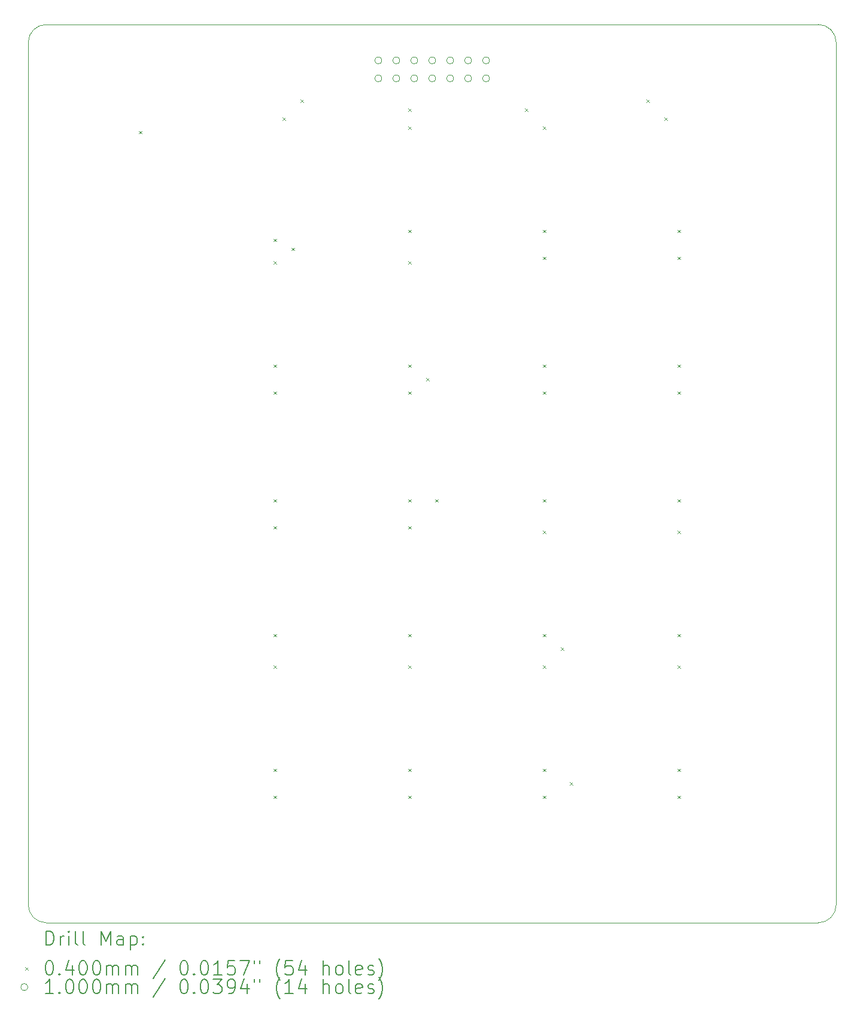
<source format=gbr>
%FSLAX45Y45*%
G04 Gerber Fmt 4.5, Leading zero omitted, Abs format (unit mm)*
G04 Created by KiCad (PCBNEW (6.0.1-0)) date 2022-02-06 15:04:11*
%MOMM*%
%LPD*%
G01*
G04 APERTURE LIST*
%TA.AperFunction,Profile*%
%ADD10C,0.120000*%
%TD*%
%ADD11C,0.200000*%
%ADD12C,0.040000*%
%ADD13C,0.100000*%
G04 APERTURE END LIST*
D10*
X5016500Y-16192500D02*
X15938500Y-16192500D01*
X15938500Y-16192500D02*
G75*
G03*
X16192500Y-15938500I0J254000D01*
G01*
X16192500Y-3746500D02*
G75*
G03*
X15938500Y-3492500I-254000J0D01*
G01*
X16192500Y-3746500D02*
X16192500Y-15938500D01*
X4762500Y-15938500D02*
G75*
G03*
X5016500Y-16192500I254000J0D01*
G01*
X15938500Y-3492500D02*
X5016500Y-3492500D01*
X5016500Y-3492500D02*
G75*
G03*
X4762500Y-3746500I0J-254000D01*
G01*
X4762500Y-3746500D02*
X4762500Y-15938500D01*
D11*
D12*
X6330000Y-4996500D02*
X6370000Y-5036500D01*
X6370000Y-4996500D02*
X6330000Y-5036500D01*
X8235000Y-6520500D02*
X8275000Y-6560500D01*
X8275000Y-6520500D02*
X8235000Y-6560500D01*
X8235000Y-6838000D02*
X8275000Y-6878000D01*
X8275000Y-6838000D02*
X8235000Y-6878000D01*
X8235000Y-8298500D02*
X8275000Y-8338500D01*
X8275000Y-8298500D02*
X8235000Y-8338500D01*
X8235000Y-8679500D02*
X8275000Y-8719500D01*
X8275000Y-8679500D02*
X8235000Y-8719500D01*
X8235000Y-10203500D02*
X8275000Y-10243500D01*
X8275000Y-10203500D02*
X8235000Y-10243500D01*
X8235000Y-10584500D02*
X8275000Y-10624500D01*
X8275000Y-10584500D02*
X8235000Y-10624500D01*
X8235000Y-12108500D02*
X8275000Y-12148500D01*
X8275000Y-12108500D02*
X8235000Y-12148500D01*
X8235000Y-12553000D02*
X8275000Y-12593000D01*
X8275000Y-12553000D02*
X8235000Y-12593000D01*
X8235000Y-14013500D02*
X8275000Y-14053500D01*
X8275000Y-14013500D02*
X8235000Y-14053500D01*
X8235000Y-14394500D02*
X8275000Y-14434500D01*
X8275000Y-14394500D02*
X8235000Y-14434500D01*
X8362000Y-4806000D02*
X8402000Y-4846000D01*
X8402000Y-4806000D02*
X8362000Y-4846000D01*
X8489000Y-6647500D02*
X8529000Y-6687500D01*
X8529000Y-6647500D02*
X8489000Y-6687500D01*
X8616000Y-4552000D02*
X8656000Y-4592000D01*
X8656000Y-4552000D02*
X8616000Y-4592000D01*
X10140000Y-4679000D02*
X10180000Y-4719000D01*
X10180000Y-4679000D02*
X10140000Y-4719000D01*
X10140000Y-4933000D02*
X10180000Y-4973000D01*
X10180000Y-4933000D02*
X10140000Y-4973000D01*
X10140000Y-6393500D02*
X10180000Y-6433500D01*
X10180000Y-6393500D02*
X10140000Y-6433500D01*
X10140000Y-6838000D02*
X10180000Y-6878000D01*
X10180000Y-6838000D02*
X10140000Y-6878000D01*
X10140000Y-8298500D02*
X10180000Y-8338500D01*
X10180000Y-8298500D02*
X10140000Y-8338500D01*
X10140000Y-8679500D02*
X10180000Y-8719500D01*
X10180000Y-8679500D02*
X10140000Y-8719500D01*
X10140000Y-10203500D02*
X10180000Y-10243500D01*
X10180000Y-10203500D02*
X10140000Y-10243500D01*
X10140000Y-10584500D02*
X10180000Y-10624500D01*
X10180000Y-10584500D02*
X10140000Y-10624500D01*
X10140000Y-12108500D02*
X10180000Y-12148500D01*
X10180000Y-12108500D02*
X10140000Y-12148500D01*
X10140000Y-12553000D02*
X10180000Y-12593000D01*
X10180000Y-12553000D02*
X10140000Y-12593000D01*
X10140000Y-14013500D02*
X10180000Y-14053500D01*
X10180000Y-14013500D02*
X10140000Y-14053500D01*
X10140000Y-14394500D02*
X10180000Y-14434500D01*
X10180000Y-14394500D02*
X10140000Y-14434500D01*
X10394000Y-8489000D02*
X10434000Y-8529000D01*
X10434000Y-8489000D02*
X10394000Y-8529000D01*
X10521000Y-10203500D02*
X10561000Y-10243500D01*
X10561000Y-10203500D02*
X10521000Y-10243500D01*
X11791000Y-4679000D02*
X11831000Y-4719000D01*
X11831000Y-4679000D02*
X11791000Y-4719000D01*
X12045000Y-4933000D02*
X12085000Y-4973000D01*
X12085000Y-4933000D02*
X12045000Y-4973000D01*
X12045000Y-6393500D02*
X12085000Y-6433500D01*
X12085000Y-6393500D02*
X12045000Y-6433500D01*
X12045000Y-6774500D02*
X12085000Y-6814500D01*
X12085000Y-6774500D02*
X12045000Y-6814500D01*
X12045000Y-8298500D02*
X12085000Y-8338500D01*
X12085000Y-8298500D02*
X12045000Y-8338500D01*
X12045000Y-8679500D02*
X12085000Y-8719500D01*
X12085000Y-8679500D02*
X12045000Y-8719500D01*
X12045000Y-10203500D02*
X12085000Y-10243500D01*
X12085000Y-10203500D02*
X12045000Y-10243500D01*
X12045000Y-10648000D02*
X12085000Y-10688000D01*
X12085000Y-10648000D02*
X12045000Y-10688000D01*
X12045000Y-12108500D02*
X12085000Y-12148500D01*
X12085000Y-12108500D02*
X12045000Y-12148500D01*
X12045000Y-12553000D02*
X12085000Y-12593000D01*
X12085000Y-12553000D02*
X12045000Y-12593000D01*
X12045000Y-14013500D02*
X12085000Y-14053500D01*
X12085000Y-14013500D02*
X12045000Y-14053500D01*
X12045000Y-14394500D02*
X12085000Y-14434500D01*
X12085000Y-14394500D02*
X12045000Y-14434500D01*
X12299000Y-12299000D02*
X12339000Y-12339000D01*
X12339000Y-12299000D02*
X12299000Y-12339000D01*
X12426000Y-14204000D02*
X12466000Y-14244000D01*
X12466000Y-14204000D02*
X12426000Y-14244000D01*
X13505500Y-4552000D02*
X13545500Y-4592000D01*
X13545500Y-4552000D02*
X13505500Y-4592000D01*
X13759500Y-4806000D02*
X13799500Y-4846000D01*
X13799500Y-4806000D02*
X13759500Y-4846000D01*
X13950000Y-6393500D02*
X13990000Y-6433500D01*
X13990000Y-6393500D02*
X13950000Y-6433500D01*
X13950000Y-6774500D02*
X13990000Y-6814500D01*
X13990000Y-6774500D02*
X13950000Y-6814500D01*
X13950000Y-8298500D02*
X13990000Y-8338500D01*
X13990000Y-8298500D02*
X13950000Y-8338500D01*
X13950000Y-8679500D02*
X13990000Y-8719500D01*
X13990000Y-8679500D02*
X13950000Y-8719500D01*
X13950000Y-10203500D02*
X13990000Y-10243500D01*
X13990000Y-10203500D02*
X13950000Y-10243500D01*
X13950000Y-10648000D02*
X13990000Y-10688000D01*
X13990000Y-10648000D02*
X13950000Y-10688000D01*
X13950000Y-12108500D02*
X13990000Y-12148500D01*
X13990000Y-12108500D02*
X13950000Y-12148500D01*
X13950000Y-12553000D02*
X13990000Y-12593000D01*
X13990000Y-12553000D02*
X13950000Y-12593000D01*
X13950000Y-14013500D02*
X13990000Y-14053500D01*
X13990000Y-14013500D02*
X13950000Y-14053500D01*
X13950000Y-14394500D02*
X13990000Y-14434500D01*
X13990000Y-14394500D02*
X13950000Y-14434500D01*
D13*
X9765500Y-4000500D02*
G75*
G03*
X9765500Y-4000500I-50000J0D01*
G01*
X9765500Y-4254500D02*
G75*
G03*
X9765500Y-4254500I-50000J0D01*
G01*
X10019500Y-4000500D02*
G75*
G03*
X10019500Y-4000500I-50000J0D01*
G01*
X10019500Y-4254500D02*
G75*
G03*
X10019500Y-4254500I-50000J0D01*
G01*
X10273500Y-4000500D02*
G75*
G03*
X10273500Y-4000500I-50000J0D01*
G01*
X10273500Y-4254500D02*
G75*
G03*
X10273500Y-4254500I-50000J0D01*
G01*
X10527500Y-4000500D02*
G75*
G03*
X10527500Y-4000500I-50000J0D01*
G01*
X10527500Y-4254500D02*
G75*
G03*
X10527500Y-4254500I-50000J0D01*
G01*
X10781500Y-4000500D02*
G75*
G03*
X10781500Y-4000500I-50000J0D01*
G01*
X10781500Y-4254500D02*
G75*
G03*
X10781500Y-4254500I-50000J0D01*
G01*
X11035500Y-4000500D02*
G75*
G03*
X11035500Y-4000500I-50000J0D01*
G01*
X11035500Y-4254500D02*
G75*
G03*
X11035500Y-4254500I-50000J0D01*
G01*
X11289500Y-4000500D02*
G75*
G03*
X11289500Y-4000500I-50000J0D01*
G01*
X11289500Y-4254500D02*
G75*
G03*
X11289500Y-4254500I-50000J0D01*
G01*
D11*
X5014119Y-16508976D02*
X5014119Y-16308976D01*
X5061738Y-16308976D01*
X5090310Y-16318500D01*
X5109357Y-16337548D01*
X5118881Y-16356595D01*
X5128405Y-16394690D01*
X5128405Y-16423262D01*
X5118881Y-16461357D01*
X5109357Y-16480405D01*
X5090310Y-16499452D01*
X5061738Y-16508976D01*
X5014119Y-16508976D01*
X5214119Y-16508976D02*
X5214119Y-16375643D01*
X5214119Y-16413738D02*
X5223643Y-16394690D01*
X5233167Y-16385167D01*
X5252214Y-16375643D01*
X5271262Y-16375643D01*
X5337929Y-16508976D02*
X5337929Y-16375643D01*
X5337929Y-16308976D02*
X5328405Y-16318500D01*
X5337929Y-16328024D01*
X5347452Y-16318500D01*
X5337929Y-16308976D01*
X5337929Y-16328024D01*
X5461738Y-16508976D02*
X5442690Y-16499452D01*
X5433167Y-16480405D01*
X5433167Y-16308976D01*
X5566500Y-16508976D02*
X5547452Y-16499452D01*
X5537929Y-16480405D01*
X5537929Y-16308976D01*
X5795071Y-16508976D02*
X5795071Y-16308976D01*
X5861738Y-16451833D01*
X5928405Y-16308976D01*
X5928405Y-16508976D01*
X6109357Y-16508976D02*
X6109357Y-16404214D01*
X6099833Y-16385167D01*
X6080786Y-16375643D01*
X6042690Y-16375643D01*
X6023643Y-16385167D01*
X6109357Y-16499452D02*
X6090309Y-16508976D01*
X6042690Y-16508976D01*
X6023643Y-16499452D01*
X6014119Y-16480405D01*
X6014119Y-16461357D01*
X6023643Y-16442309D01*
X6042690Y-16432786D01*
X6090309Y-16432786D01*
X6109357Y-16423262D01*
X6204595Y-16375643D02*
X6204595Y-16575643D01*
X6204595Y-16385167D02*
X6223643Y-16375643D01*
X6261738Y-16375643D01*
X6280786Y-16385167D01*
X6290309Y-16394690D01*
X6299833Y-16413738D01*
X6299833Y-16470881D01*
X6290309Y-16489928D01*
X6280786Y-16499452D01*
X6261738Y-16508976D01*
X6223643Y-16508976D01*
X6204595Y-16499452D01*
X6385548Y-16489928D02*
X6395071Y-16499452D01*
X6385548Y-16508976D01*
X6376024Y-16499452D01*
X6385548Y-16489928D01*
X6385548Y-16508976D01*
X6385548Y-16385167D02*
X6395071Y-16394690D01*
X6385548Y-16404214D01*
X6376024Y-16394690D01*
X6385548Y-16385167D01*
X6385548Y-16404214D01*
D12*
X4716500Y-16818500D02*
X4756500Y-16858500D01*
X4756500Y-16818500D02*
X4716500Y-16858500D01*
D11*
X5052214Y-16728976D02*
X5071262Y-16728976D01*
X5090310Y-16738500D01*
X5099833Y-16748024D01*
X5109357Y-16767071D01*
X5118881Y-16805167D01*
X5118881Y-16852786D01*
X5109357Y-16890881D01*
X5099833Y-16909929D01*
X5090310Y-16919452D01*
X5071262Y-16928976D01*
X5052214Y-16928976D01*
X5033167Y-16919452D01*
X5023643Y-16909929D01*
X5014119Y-16890881D01*
X5004595Y-16852786D01*
X5004595Y-16805167D01*
X5014119Y-16767071D01*
X5023643Y-16748024D01*
X5033167Y-16738500D01*
X5052214Y-16728976D01*
X5204595Y-16909929D02*
X5214119Y-16919452D01*
X5204595Y-16928976D01*
X5195071Y-16919452D01*
X5204595Y-16909929D01*
X5204595Y-16928976D01*
X5385548Y-16795643D02*
X5385548Y-16928976D01*
X5337929Y-16719452D02*
X5290310Y-16862310D01*
X5414119Y-16862310D01*
X5528405Y-16728976D02*
X5547452Y-16728976D01*
X5566500Y-16738500D01*
X5576024Y-16748024D01*
X5585548Y-16767071D01*
X5595071Y-16805167D01*
X5595071Y-16852786D01*
X5585548Y-16890881D01*
X5576024Y-16909929D01*
X5566500Y-16919452D01*
X5547452Y-16928976D01*
X5528405Y-16928976D01*
X5509357Y-16919452D01*
X5499833Y-16909929D01*
X5490310Y-16890881D01*
X5480786Y-16852786D01*
X5480786Y-16805167D01*
X5490310Y-16767071D01*
X5499833Y-16748024D01*
X5509357Y-16738500D01*
X5528405Y-16728976D01*
X5718881Y-16728976D02*
X5737928Y-16728976D01*
X5756976Y-16738500D01*
X5766500Y-16748024D01*
X5776024Y-16767071D01*
X5785548Y-16805167D01*
X5785548Y-16852786D01*
X5776024Y-16890881D01*
X5766500Y-16909929D01*
X5756976Y-16919452D01*
X5737928Y-16928976D01*
X5718881Y-16928976D01*
X5699833Y-16919452D01*
X5690309Y-16909929D01*
X5680786Y-16890881D01*
X5671262Y-16852786D01*
X5671262Y-16805167D01*
X5680786Y-16767071D01*
X5690309Y-16748024D01*
X5699833Y-16738500D01*
X5718881Y-16728976D01*
X5871262Y-16928976D02*
X5871262Y-16795643D01*
X5871262Y-16814690D02*
X5880786Y-16805167D01*
X5899833Y-16795643D01*
X5928405Y-16795643D01*
X5947452Y-16805167D01*
X5956976Y-16824214D01*
X5956976Y-16928976D01*
X5956976Y-16824214D02*
X5966500Y-16805167D01*
X5985548Y-16795643D01*
X6014119Y-16795643D01*
X6033167Y-16805167D01*
X6042690Y-16824214D01*
X6042690Y-16928976D01*
X6137928Y-16928976D02*
X6137928Y-16795643D01*
X6137928Y-16814690D02*
X6147452Y-16805167D01*
X6166500Y-16795643D01*
X6195071Y-16795643D01*
X6214119Y-16805167D01*
X6223643Y-16824214D01*
X6223643Y-16928976D01*
X6223643Y-16824214D02*
X6233167Y-16805167D01*
X6252214Y-16795643D01*
X6280786Y-16795643D01*
X6299833Y-16805167D01*
X6309357Y-16824214D01*
X6309357Y-16928976D01*
X6699833Y-16719452D02*
X6528405Y-16976595D01*
X6956976Y-16728976D02*
X6976024Y-16728976D01*
X6995071Y-16738500D01*
X7004595Y-16748024D01*
X7014119Y-16767071D01*
X7023643Y-16805167D01*
X7023643Y-16852786D01*
X7014119Y-16890881D01*
X7004595Y-16909929D01*
X6995071Y-16919452D01*
X6976024Y-16928976D01*
X6956976Y-16928976D01*
X6937928Y-16919452D01*
X6928405Y-16909929D01*
X6918881Y-16890881D01*
X6909357Y-16852786D01*
X6909357Y-16805167D01*
X6918881Y-16767071D01*
X6928405Y-16748024D01*
X6937928Y-16738500D01*
X6956976Y-16728976D01*
X7109357Y-16909929D02*
X7118881Y-16919452D01*
X7109357Y-16928976D01*
X7099833Y-16919452D01*
X7109357Y-16909929D01*
X7109357Y-16928976D01*
X7242690Y-16728976D02*
X7261738Y-16728976D01*
X7280786Y-16738500D01*
X7290309Y-16748024D01*
X7299833Y-16767071D01*
X7309357Y-16805167D01*
X7309357Y-16852786D01*
X7299833Y-16890881D01*
X7290309Y-16909929D01*
X7280786Y-16919452D01*
X7261738Y-16928976D01*
X7242690Y-16928976D01*
X7223643Y-16919452D01*
X7214119Y-16909929D01*
X7204595Y-16890881D01*
X7195071Y-16852786D01*
X7195071Y-16805167D01*
X7204595Y-16767071D01*
X7214119Y-16748024D01*
X7223643Y-16738500D01*
X7242690Y-16728976D01*
X7499833Y-16928976D02*
X7385548Y-16928976D01*
X7442690Y-16928976D02*
X7442690Y-16728976D01*
X7423643Y-16757548D01*
X7404595Y-16776595D01*
X7385548Y-16786119D01*
X7680786Y-16728976D02*
X7585548Y-16728976D01*
X7576024Y-16824214D01*
X7585548Y-16814690D01*
X7604595Y-16805167D01*
X7652214Y-16805167D01*
X7671262Y-16814690D01*
X7680786Y-16824214D01*
X7690309Y-16843262D01*
X7690309Y-16890881D01*
X7680786Y-16909929D01*
X7671262Y-16919452D01*
X7652214Y-16928976D01*
X7604595Y-16928976D01*
X7585548Y-16919452D01*
X7576024Y-16909929D01*
X7756976Y-16728976D02*
X7890309Y-16728976D01*
X7804595Y-16928976D01*
X7956976Y-16728976D02*
X7956976Y-16767071D01*
X8033167Y-16728976D02*
X8033167Y-16767071D01*
X8328405Y-17005167D02*
X8318881Y-16995643D01*
X8299833Y-16967071D01*
X8290309Y-16948024D01*
X8280786Y-16919452D01*
X8271262Y-16871833D01*
X8271262Y-16833738D01*
X8280786Y-16786119D01*
X8290309Y-16757548D01*
X8299833Y-16738500D01*
X8318881Y-16709928D01*
X8328405Y-16700405D01*
X8499833Y-16728976D02*
X8404595Y-16728976D01*
X8395071Y-16824214D01*
X8404595Y-16814690D01*
X8423643Y-16805167D01*
X8471262Y-16805167D01*
X8490310Y-16814690D01*
X8499833Y-16824214D01*
X8509357Y-16843262D01*
X8509357Y-16890881D01*
X8499833Y-16909929D01*
X8490310Y-16919452D01*
X8471262Y-16928976D01*
X8423643Y-16928976D01*
X8404595Y-16919452D01*
X8395071Y-16909929D01*
X8680786Y-16795643D02*
X8680786Y-16928976D01*
X8633167Y-16719452D02*
X8585548Y-16862310D01*
X8709357Y-16862310D01*
X8937929Y-16928976D02*
X8937929Y-16728976D01*
X9023643Y-16928976D02*
X9023643Y-16824214D01*
X9014119Y-16805167D01*
X8995071Y-16795643D01*
X8966500Y-16795643D01*
X8947452Y-16805167D01*
X8937929Y-16814690D01*
X9147452Y-16928976D02*
X9128405Y-16919452D01*
X9118881Y-16909929D01*
X9109357Y-16890881D01*
X9109357Y-16833738D01*
X9118881Y-16814690D01*
X9128405Y-16805167D01*
X9147452Y-16795643D01*
X9176024Y-16795643D01*
X9195071Y-16805167D01*
X9204595Y-16814690D01*
X9214119Y-16833738D01*
X9214119Y-16890881D01*
X9204595Y-16909929D01*
X9195071Y-16919452D01*
X9176024Y-16928976D01*
X9147452Y-16928976D01*
X9328405Y-16928976D02*
X9309357Y-16919452D01*
X9299833Y-16900405D01*
X9299833Y-16728976D01*
X9480786Y-16919452D02*
X9461738Y-16928976D01*
X9423643Y-16928976D01*
X9404595Y-16919452D01*
X9395071Y-16900405D01*
X9395071Y-16824214D01*
X9404595Y-16805167D01*
X9423643Y-16795643D01*
X9461738Y-16795643D01*
X9480786Y-16805167D01*
X9490310Y-16824214D01*
X9490310Y-16843262D01*
X9395071Y-16862310D01*
X9566500Y-16919452D02*
X9585548Y-16928976D01*
X9623643Y-16928976D01*
X9642690Y-16919452D01*
X9652214Y-16900405D01*
X9652214Y-16890881D01*
X9642690Y-16871833D01*
X9623643Y-16862310D01*
X9595071Y-16862310D01*
X9576024Y-16852786D01*
X9566500Y-16833738D01*
X9566500Y-16824214D01*
X9576024Y-16805167D01*
X9595071Y-16795643D01*
X9623643Y-16795643D01*
X9642690Y-16805167D01*
X9718881Y-17005167D02*
X9728405Y-16995643D01*
X9747452Y-16967071D01*
X9756976Y-16948024D01*
X9766500Y-16919452D01*
X9776024Y-16871833D01*
X9776024Y-16833738D01*
X9766500Y-16786119D01*
X9756976Y-16757548D01*
X9747452Y-16738500D01*
X9728405Y-16709928D01*
X9718881Y-16700405D01*
D13*
X4756500Y-17102500D02*
G75*
G03*
X4756500Y-17102500I-50000J0D01*
G01*
D11*
X5118881Y-17192976D02*
X5004595Y-17192976D01*
X5061738Y-17192976D02*
X5061738Y-16992976D01*
X5042690Y-17021548D01*
X5023643Y-17040595D01*
X5004595Y-17050119D01*
X5204595Y-17173929D02*
X5214119Y-17183452D01*
X5204595Y-17192976D01*
X5195071Y-17183452D01*
X5204595Y-17173929D01*
X5204595Y-17192976D01*
X5337929Y-16992976D02*
X5356976Y-16992976D01*
X5376024Y-17002500D01*
X5385548Y-17012024D01*
X5395071Y-17031071D01*
X5404595Y-17069167D01*
X5404595Y-17116786D01*
X5395071Y-17154881D01*
X5385548Y-17173929D01*
X5376024Y-17183452D01*
X5356976Y-17192976D01*
X5337929Y-17192976D01*
X5318881Y-17183452D01*
X5309357Y-17173929D01*
X5299833Y-17154881D01*
X5290310Y-17116786D01*
X5290310Y-17069167D01*
X5299833Y-17031071D01*
X5309357Y-17012024D01*
X5318881Y-17002500D01*
X5337929Y-16992976D01*
X5528405Y-16992976D02*
X5547452Y-16992976D01*
X5566500Y-17002500D01*
X5576024Y-17012024D01*
X5585548Y-17031071D01*
X5595071Y-17069167D01*
X5595071Y-17116786D01*
X5585548Y-17154881D01*
X5576024Y-17173929D01*
X5566500Y-17183452D01*
X5547452Y-17192976D01*
X5528405Y-17192976D01*
X5509357Y-17183452D01*
X5499833Y-17173929D01*
X5490310Y-17154881D01*
X5480786Y-17116786D01*
X5480786Y-17069167D01*
X5490310Y-17031071D01*
X5499833Y-17012024D01*
X5509357Y-17002500D01*
X5528405Y-16992976D01*
X5718881Y-16992976D02*
X5737928Y-16992976D01*
X5756976Y-17002500D01*
X5766500Y-17012024D01*
X5776024Y-17031071D01*
X5785548Y-17069167D01*
X5785548Y-17116786D01*
X5776024Y-17154881D01*
X5766500Y-17173929D01*
X5756976Y-17183452D01*
X5737928Y-17192976D01*
X5718881Y-17192976D01*
X5699833Y-17183452D01*
X5690309Y-17173929D01*
X5680786Y-17154881D01*
X5671262Y-17116786D01*
X5671262Y-17069167D01*
X5680786Y-17031071D01*
X5690309Y-17012024D01*
X5699833Y-17002500D01*
X5718881Y-16992976D01*
X5871262Y-17192976D02*
X5871262Y-17059643D01*
X5871262Y-17078690D02*
X5880786Y-17069167D01*
X5899833Y-17059643D01*
X5928405Y-17059643D01*
X5947452Y-17069167D01*
X5956976Y-17088214D01*
X5956976Y-17192976D01*
X5956976Y-17088214D02*
X5966500Y-17069167D01*
X5985548Y-17059643D01*
X6014119Y-17059643D01*
X6033167Y-17069167D01*
X6042690Y-17088214D01*
X6042690Y-17192976D01*
X6137928Y-17192976D02*
X6137928Y-17059643D01*
X6137928Y-17078690D02*
X6147452Y-17069167D01*
X6166500Y-17059643D01*
X6195071Y-17059643D01*
X6214119Y-17069167D01*
X6223643Y-17088214D01*
X6223643Y-17192976D01*
X6223643Y-17088214D02*
X6233167Y-17069167D01*
X6252214Y-17059643D01*
X6280786Y-17059643D01*
X6299833Y-17069167D01*
X6309357Y-17088214D01*
X6309357Y-17192976D01*
X6699833Y-16983452D02*
X6528405Y-17240595D01*
X6956976Y-16992976D02*
X6976024Y-16992976D01*
X6995071Y-17002500D01*
X7004595Y-17012024D01*
X7014119Y-17031071D01*
X7023643Y-17069167D01*
X7023643Y-17116786D01*
X7014119Y-17154881D01*
X7004595Y-17173929D01*
X6995071Y-17183452D01*
X6976024Y-17192976D01*
X6956976Y-17192976D01*
X6937928Y-17183452D01*
X6928405Y-17173929D01*
X6918881Y-17154881D01*
X6909357Y-17116786D01*
X6909357Y-17069167D01*
X6918881Y-17031071D01*
X6928405Y-17012024D01*
X6937928Y-17002500D01*
X6956976Y-16992976D01*
X7109357Y-17173929D02*
X7118881Y-17183452D01*
X7109357Y-17192976D01*
X7099833Y-17183452D01*
X7109357Y-17173929D01*
X7109357Y-17192976D01*
X7242690Y-16992976D02*
X7261738Y-16992976D01*
X7280786Y-17002500D01*
X7290309Y-17012024D01*
X7299833Y-17031071D01*
X7309357Y-17069167D01*
X7309357Y-17116786D01*
X7299833Y-17154881D01*
X7290309Y-17173929D01*
X7280786Y-17183452D01*
X7261738Y-17192976D01*
X7242690Y-17192976D01*
X7223643Y-17183452D01*
X7214119Y-17173929D01*
X7204595Y-17154881D01*
X7195071Y-17116786D01*
X7195071Y-17069167D01*
X7204595Y-17031071D01*
X7214119Y-17012024D01*
X7223643Y-17002500D01*
X7242690Y-16992976D01*
X7376024Y-16992976D02*
X7499833Y-16992976D01*
X7433167Y-17069167D01*
X7461738Y-17069167D01*
X7480786Y-17078690D01*
X7490309Y-17088214D01*
X7499833Y-17107262D01*
X7499833Y-17154881D01*
X7490309Y-17173929D01*
X7480786Y-17183452D01*
X7461738Y-17192976D01*
X7404595Y-17192976D01*
X7385548Y-17183452D01*
X7376024Y-17173929D01*
X7595071Y-17192976D02*
X7633167Y-17192976D01*
X7652214Y-17183452D01*
X7661738Y-17173929D01*
X7680786Y-17145357D01*
X7690309Y-17107262D01*
X7690309Y-17031071D01*
X7680786Y-17012024D01*
X7671262Y-17002500D01*
X7652214Y-16992976D01*
X7614119Y-16992976D01*
X7595071Y-17002500D01*
X7585548Y-17012024D01*
X7576024Y-17031071D01*
X7576024Y-17078690D01*
X7585548Y-17097738D01*
X7595071Y-17107262D01*
X7614119Y-17116786D01*
X7652214Y-17116786D01*
X7671262Y-17107262D01*
X7680786Y-17097738D01*
X7690309Y-17078690D01*
X7861738Y-17059643D02*
X7861738Y-17192976D01*
X7814119Y-16983452D02*
X7766500Y-17126310D01*
X7890309Y-17126310D01*
X7956976Y-16992976D02*
X7956976Y-17031071D01*
X8033167Y-16992976D02*
X8033167Y-17031071D01*
X8328405Y-17269167D02*
X8318881Y-17259643D01*
X8299833Y-17231071D01*
X8290309Y-17212024D01*
X8280786Y-17183452D01*
X8271262Y-17135833D01*
X8271262Y-17097738D01*
X8280786Y-17050119D01*
X8290309Y-17021548D01*
X8299833Y-17002500D01*
X8318881Y-16973929D01*
X8328405Y-16964405D01*
X8509357Y-17192976D02*
X8395071Y-17192976D01*
X8452214Y-17192976D02*
X8452214Y-16992976D01*
X8433167Y-17021548D01*
X8414119Y-17040595D01*
X8395071Y-17050119D01*
X8680786Y-17059643D02*
X8680786Y-17192976D01*
X8633167Y-16983452D02*
X8585548Y-17126310D01*
X8709357Y-17126310D01*
X8937929Y-17192976D02*
X8937929Y-16992976D01*
X9023643Y-17192976D02*
X9023643Y-17088214D01*
X9014119Y-17069167D01*
X8995071Y-17059643D01*
X8966500Y-17059643D01*
X8947452Y-17069167D01*
X8937929Y-17078690D01*
X9147452Y-17192976D02*
X9128405Y-17183452D01*
X9118881Y-17173929D01*
X9109357Y-17154881D01*
X9109357Y-17097738D01*
X9118881Y-17078690D01*
X9128405Y-17069167D01*
X9147452Y-17059643D01*
X9176024Y-17059643D01*
X9195071Y-17069167D01*
X9204595Y-17078690D01*
X9214119Y-17097738D01*
X9214119Y-17154881D01*
X9204595Y-17173929D01*
X9195071Y-17183452D01*
X9176024Y-17192976D01*
X9147452Y-17192976D01*
X9328405Y-17192976D02*
X9309357Y-17183452D01*
X9299833Y-17164405D01*
X9299833Y-16992976D01*
X9480786Y-17183452D02*
X9461738Y-17192976D01*
X9423643Y-17192976D01*
X9404595Y-17183452D01*
X9395071Y-17164405D01*
X9395071Y-17088214D01*
X9404595Y-17069167D01*
X9423643Y-17059643D01*
X9461738Y-17059643D01*
X9480786Y-17069167D01*
X9490310Y-17088214D01*
X9490310Y-17107262D01*
X9395071Y-17126310D01*
X9566500Y-17183452D02*
X9585548Y-17192976D01*
X9623643Y-17192976D01*
X9642690Y-17183452D01*
X9652214Y-17164405D01*
X9652214Y-17154881D01*
X9642690Y-17135833D01*
X9623643Y-17126310D01*
X9595071Y-17126310D01*
X9576024Y-17116786D01*
X9566500Y-17097738D01*
X9566500Y-17088214D01*
X9576024Y-17069167D01*
X9595071Y-17059643D01*
X9623643Y-17059643D01*
X9642690Y-17069167D01*
X9718881Y-17269167D02*
X9728405Y-17259643D01*
X9747452Y-17231071D01*
X9756976Y-17212024D01*
X9766500Y-17183452D01*
X9776024Y-17135833D01*
X9776024Y-17097738D01*
X9766500Y-17050119D01*
X9756976Y-17021548D01*
X9747452Y-17002500D01*
X9728405Y-16973929D01*
X9718881Y-16964405D01*
M02*

</source>
